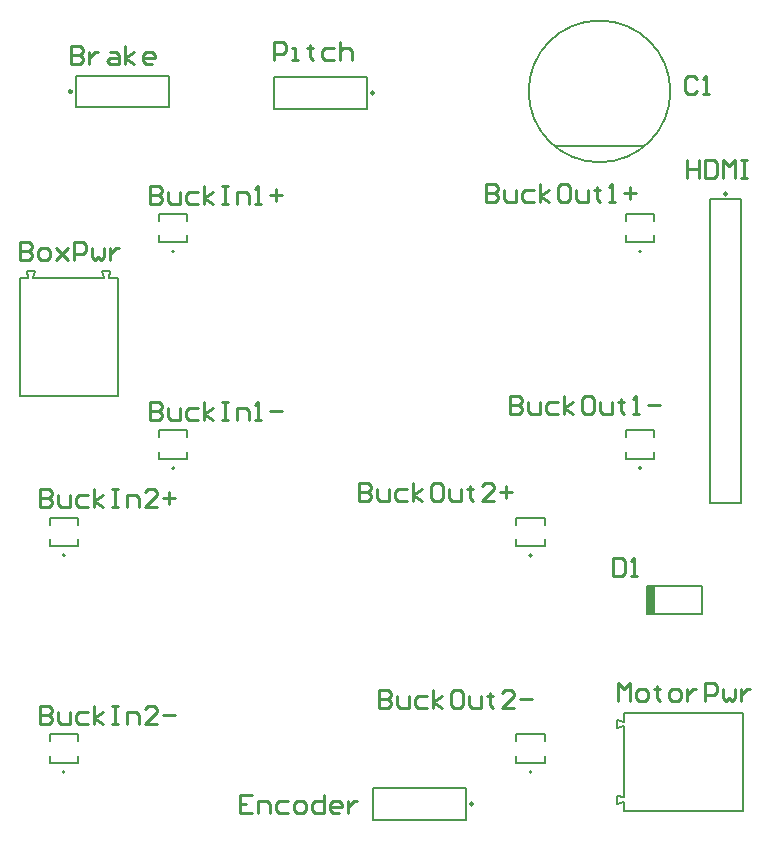
<source format=gbr>
%TF.GenerationSoftware,Altium Limited,Altium Designer,24.10.1 (45)*%
G04 Layer_Color=65535*
%FSLAX45Y45*%
%MOMM*%
%TF.SameCoordinates,71300DE5-865C-4B8C-8C77-BDD09283FDBC*%
%TF.FilePolarity,Positive*%
%TF.FileFunction,Legend,Top*%
%TF.Part,Single*%
G01*
G75*
%TA.AperFunction,NonConductor*%
%ADD11C,0.25400*%
%ADD24C,0.25000*%
%ADD25C,0.20000*%
%ADD26C,0.15000*%
%ADD27R,0.66602X2.36000*%
D11*
X5778582Y5778475D02*
Y5626125D01*
Y5702300D01*
X5880150D01*
Y5778475D01*
Y5626125D01*
X5930933Y5778475D02*
Y5626125D01*
X6007108D01*
X6032500Y5651517D01*
Y5753083D01*
X6007108Y5778475D01*
X5930933D01*
X6083284Y5626125D02*
Y5778475D01*
X6134067Y5727692D01*
X6184851Y5778475D01*
Y5626125D01*
X6235634Y5778475D02*
X6286418D01*
X6261026D01*
Y5626125D01*
X6235634D01*
X6286418D01*
X3175210Y1295375D02*
Y1143025D01*
X3251385D01*
X3276777Y1168417D01*
Y1193808D01*
X3251385Y1219200D01*
X3175210D01*
X3251385D01*
X3276777Y1244592D01*
Y1269983D01*
X3251385Y1295375D01*
X3175210D01*
X3327560Y1244592D02*
Y1168417D01*
X3352952Y1143025D01*
X3429128D01*
Y1244592D01*
X3581478D02*
X3505303D01*
X3479911Y1219200D01*
Y1168417D01*
X3505303Y1143025D01*
X3581478D01*
X3632262D02*
Y1295375D01*
Y1193808D02*
X3708437Y1244592D01*
X3632262Y1193808D02*
X3708437Y1143025D01*
X3860788Y1295375D02*
X3810004D01*
X3784612Y1269983D01*
Y1168417D01*
X3810004Y1143025D01*
X3860788D01*
X3886180Y1168417D01*
Y1269983D01*
X3860788Y1295375D01*
X3936963Y1244592D02*
Y1168417D01*
X3962355Y1143025D01*
X4038530D01*
Y1244592D01*
X4114706Y1269983D02*
Y1244592D01*
X4089314D01*
X4140097D01*
X4114706D01*
Y1168417D01*
X4140097Y1143025D01*
X4317840D02*
X4216273D01*
X4317840Y1244592D01*
Y1269983D01*
X4292448Y1295375D01*
X4241665D01*
X4216273Y1269983D01*
X4368623Y1219200D02*
X4470191D01*
X5196840Y1198880D02*
Y1351231D01*
X5247623Y1300447D01*
X5298407Y1351231D01*
Y1198880D01*
X5374583D02*
X5425366D01*
X5450758Y1224272D01*
Y1275055D01*
X5425366Y1300447D01*
X5374583D01*
X5349191Y1275055D01*
Y1224272D01*
X5374583Y1198880D01*
X5526933Y1325839D02*
Y1300447D01*
X5501541D01*
X5552325D01*
X5526933D01*
Y1224272D01*
X5552325Y1198880D01*
X5653892D02*
X5704676D01*
X5730068Y1224272D01*
Y1275055D01*
X5704676Y1300447D01*
X5653892D01*
X5628500Y1275055D01*
Y1224272D01*
X5653892Y1198880D01*
X5780851Y1300447D02*
Y1198880D01*
Y1249663D01*
X5806243Y1275055D01*
X5831635Y1300447D01*
X5857026D01*
X5933202Y1198880D02*
Y1351231D01*
X6009377D01*
X6034769Y1325839D01*
Y1275055D01*
X6009377Y1249663D01*
X5933202D01*
X6085552Y1300447D02*
Y1224272D01*
X6110944Y1198880D01*
X6136336Y1224272D01*
X6161728Y1198880D01*
X6187120Y1224272D01*
Y1300447D01*
X6237903D02*
Y1198880D01*
Y1249663D01*
X6263295Y1275055D01*
X6288687Y1300447D01*
X6314079D01*
X134620Y5090111D02*
Y4937760D01*
X210795D01*
X236187Y4963152D01*
Y4988543D01*
X210795Y5013935D01*
X134620D01*
X210795D01*
X236187Y5039327D01*
Y5064719D01*
X210795Y5090111D01*
X134620D01*
X312363Y4937760D02*
X363146D01*
X388538Y4963152D01*
Y5013935D01*
X363146Y5039327D01*
X312363D01*
X286971Y5013935D01*
Y4963152D01*
X312363Y4937760D01*
X439321Y5039327D02*
X540889Y4937760D01*
X490105Y4988543D01*
X540889Y5039327D01*
X439321Y4937760D01*
X591672D02*
Y5090111D01*
X667848D01*
X693239Y5064719D01*
Y5013935D01*
X667848Y4988543D01*
X591672D01*
X744023Y5039327D02*
Y4963152D01*
X769415Y4937760D01*
X794806Y4963152D01*
X820198Y4937760D01*
X845590Y4963152D01*
Y5039327D01*
X896374D02*
Y4937760D01*
Y4988543D01*
X921765Y5013935D01*
X947157Y5039327D01*
X972549D01*
X2095628Y406375D02*
X1994060D01*
Y254025D01*
X2095628D01*
X1994060Y330200D02*
X2044844D01*
X2146411Y254025D02*
Y355592D01*
X2222586D01*
X2247978Y330200D01*
Y254025D01*
X2400329Y355592D02*
X2324154D01*
X2298762Y330200D01*
Y279417D01*
X2324154Y254025D01*
X2400329D01*
X2476504D02*
X2527288D01*
X2552680Y279417D01*
Y330200D01*
X2527288Y355592D01*
X2476504D01*
X2451112Y330200D01*
Y279417D01*
X2476504Y254025D01*
X2705030Y406375D02*
Y254025D01*
X2628855D01*
X2603463Y279417D01*
Y330200D01*
X2628855Y355592D01*
X2705030D01*
X2831989Y254025D02*
X2781206D01*
X2755814Y279417D01*
Y330200D01*
X2781206Y355592D01*
X2831989D01*
X2857381Y330200D01*
Y304808D01*
X2755814D01*
X2908165Y355592D02*
Y254025D01*
Y304808D01*
X2933556Y330200D01*
X2958948Y355592D01*
X2984340D01*
X5156200Y2415491D02*
Y2263140D01*
X5232375D01*
X5257767Y2288532D01*
Y2390099D01*
X5232375Y2415491D01*
X5156200D01*
X5308551Y2263140D02*
X5359334D01*
X5333943D01*
Y2415491D01*
X5308551Y2390099D01*
X2286107Y6629425D02*
Y6781775D01*
X2362282D01*
X2387674Y6756383D01*
Y6705600D01*
X2362282Y6680208D01*
X2286107D01*
X2438458Y6629425D02*
X2489241D01*
X2463850D01*
Y6730992D01*
X2438458D01*
X2590808Y6756383D02*
Y6730992D01*
X2565417D01*
X2616200D01*
X2590808D01*
Y6654817D01*
X2616200Y6629425D01*
X2793943Y6730992D02*
X2717767D01*
X2692375Y6705600D01*
Y6654817D01*
X2717767Y6629425D01*
X2793943D01*
X2844726Y6781775D02*
Y6629425D01*
Y6705600D01*
X2870118Y6730992D01*
X2920901D01*
X2946293Y6705600D01*
Y6629425D01*
X5867400Y6464283D02*
X5842008Y6489675D01*
X5791225D01*
X5765833Y6464283D01*
Y6362717D01*
X5791225Y6337325D01*
X5842008D01*
X5867400Y6362717D01*
X5918184Y6337325D02*
X5968967D01*
X5943576D01*
Y6489675D01*
X5918184Y6464283D01*
X3007570Y3047975D02*
Y2895625D01*
X3083745D01*
X3109137Y2921017D01*
Y2946408D01*
X3083745Y2971800D01*
X3007570D01*
X3083745D01*
X3109137Y2997192D01*
Y3022583D01*
X3083745Y3047975D01*
X3007570D01*
X3159920Y2997192D02*
Y2921017D01*
X3185312Y2895625D01*
X3261488D01*
Y2997192D01*
X3413838D02*
X3337663D01*
X3312271Y2971800D01*
Y2921017D01*
X3337663Y2895625D01*
X3413838D01*
X3464622D02*
Y3047975D01*
Y2946408D02*
X3540797Y2997192D01*
X3464622Y2946408D02*
X3540797Y2895625D01*
X3693148Y3047975D02*
X3642364D01*
X3616972Y3022583D01*
Y2921017D01*
X3642364Y2895625D01*
X3693148D01*
X3718540Y2921017D01*
Y3022583D01*
X3693148Y3047975D01*
X3769323Y2997192D02*
Y2921017D01*
X3794715Y2895625D01*
X3870890D01*
Y2997192D01*
X3947066Y3022583D02*
Y2997192D01*
X3921674D01*
X3972457D01*
X3947066D01*
Y2921017D01*
X3972457Y2895625D01*
X4150200D02*
X4048633D01*
X4150200Y2997192D01*
Y3022583D01*
X4124808Y3047975D01*
X4074025D01*
X4048633Y3022583D01*
X4200983Y2971800D02*
X4302551D01*
X4251767Y3022583D02*
Y2921017D01*
X4280105Y3784575D02*
Y3632225D01*
X4356281D01*
X4381673Y3657617D01*
Y3683008D01*
X4356281Y3708400D01*
X4280105D01*
X4356281D01*
X4381673Y3733792D01*
Y3759183D01*
X4356281Y3784575D01*
X4280105D01*
X4432456Y3733792D02*
Y3657617D01*
X4457848Y3632225D01*
X4534023D01*
Y3733792D01*
X4686374D02*
X4610199D01*
X4584807Y3708400D01*
Y3657617D01*
X4610199Y3632225D01*
X4686374D01*
X4737158D02*
Y3784575D01*
Y3683008D02*
X4813333Y3733792D01*
X4737158Y3683008D02*
X4813333Y3632225D01*
X4965684Y3784575D02*
X4914900D01*
X4889508Y3759183D01*
Y3657617D01*
X4914900Y3632225D01*
X4965684D01*
X4991076Y3657617D01*
Y3759183D01*
X4965684Y3784575D01*
X5041859Y3733792D02*
Y3657617D01*
X5067251Y3632225D01*
X5143426D01*
Y3733792D01*
X5219602Y3759183D02*
Y3733792D01*
X5194210D01*
X5244993D01*
X5219602D01*
Y3657617D01*
X5244993Y3632225D01*
X5321169D02*
X5371952D01*
X5346561D01*
Y3784575D01*
X5321169Y3759183D01*
X5448128Y3708400D02*
X5549695D01*
X4076905Y5575275D02*
Y5422925D01*
X4153081D01*
X4178473Y5448317D01*
Y5473708D01*
X4153081Y5499100D01*
X4076905D01*
X4153081D01*
X4178473Y5524492D01*
Y5549883D01*
X4153081Y5575275D01*
X4076905D01*
X4229256Y5524492D02*
Y5448317D01*
X4254648Y5422925D01*
X4330823D01*
Y5524492D01*
X4483174D02*
X4406999D01*
X4381607Y5499100D01*
Y5448317D01*
X4406999Y5422925D01*
X4483174D01*
X4533958D02*
Y5575275D01*
Y5473708D02*
X4610133Y5524492D01*
X4533958Y5473708D02*
X4610133Y5422925D01*
X4762484Y5575275D02*
X4711700D01*
X4686308Y5549883D01*
Y5448317D01*
X4711700Y5422925D01*
X4762484D01*
X4787876Y5448317D01*
Y5549883D01*
X4762484Y5575275D01*
X4838659Y5524492D02*
Y5448317D01*
X4864051Y5422925D01*
X4940226D01*
Y5524492D01*
X5016402Y5549883D02*
Y5524492D01*
X4991010D01*
X5041793D01*
X5016402D01*
Y5448317D01*
X5041793Y5422925D01*
X5117969D02*
X5168752D01*
X5143361D01*
Y5575275D01*
X5117969Y5549883D01*
X5244928Y5499100D02*
X5346495D01*
X5295711Y5549883D02*
Y5448317D01*
X1234440Y3731211D02*
Y3578860D01*
X1310615D01*
X1336007Y3604252D01*
Y3629643D01*
X1310615Y3655035D01*
X1234440D01*
X1310615D01*
X1336007Y3680427D01*
Y3705819D01*
X1310615Y3731211D01*
X1234440D01*
X1386791Y3680427D02*
Y3604252D01*
X1412183Y3578860D01*
X1488358D01*
Y3680427D01*
X1640709D02*
X1564533D01*
X1539141Y3655035D01*
Y3604252D01*
X1564533Y3578860D01*
X1640709D01*
X1691492D02*
Y3731211D01*
Y3629643D02*
X1767668Y3680427D01*
X1691492Y3629643D02*
X1767668Y3578860D01*
X1843843Y3731211D02*
X1894626D01*
X1869235D01*
Y3578860D01*
X1843843D01*
X1894626D01*
X1970802D02*
Y3680427D01*
X2046977D01*
X2072369Y3655035D01*
Y3578860D01*
X2123152D02*
X2173936D01*
X2148544D01*
Y3731211D01*
X2123152Y3705819D01*
X2250111Y3655035D02*
X2351679D01*
X307340Y1158191D02*
Y1005840D01*
X383515D01*
X408907Y1031232D01*
Y1056623D01*
X383515Y1082015D01*
X307340D01*
X383515D01*
X408907Y1107407D01*
Y1132799D01*
X383515Y1158191D01*
X307340D01*
X459691Y1107407D02*
Y1031232D01*
X485083Y1005840D01*
X561258D01*
Y1107407D01*
X713609D02*
X637433D01*
X612041Y1082015D01*
Y1031232D01*
X637433Y1005840D01*
X713609D01*
X764392D02*
Y1158191D01*
Y1056623D02*
X840568Y1107407D01*
X764392Y1056623D02*
X840568Y1005840D01*
X916743Y1158191D02*
X967526D01*
X942135D01*
Y1005840D01*
X916743D01*
X967526D01*
X1043702D02*
Y1107407D01*
X1119877D01*
X1145269Y1082015D01*
Y1005840D01*
X1297620D02*
X1196052D01*
X1297620Y1107407D01*
Y1132799D01*
X1272228Y1158191D01*
X1221444D01*
X1196052Y1132799D01*
X1348403Y1082015D02*
X1449970D01*
X307340Y2992071D02*
Y2839720D01*
X383515D01*
X408907Y2865112D01*
Y2890503D01*
X383515Y2915895D01*
X307340D01*
X383515D01*
X408907Y2941287D01*
Y2966679D01*
X383515Y2992071D01*
X307340D01*
X459691Y2941287D02*
Y2865112D01*
X485083Y2839720D01*
X561258D01*
Y2941287D01*
X713609D02*
X637433D01*
X612041Y2915895D01*
Y2865112D01*
X637433Y2839720D01*
X713609D01*
X764392D02*
Y2992071D01*
Y2890503D02*
X840568Y2941287D01*
X764392Y2890503D02*
X840568Y2839720D01*
X916743Y2992071D02*
X967526D01*
X942135D01*
Y2839720D01*
X916743D01*
X967526D01*
X1043702D02*
Y2941287D01*
X1119877D01*
X1145269Y2915895D01*
Y2839720D01*
X1297620D02*
X1196052D01*
X1297620Y2941287D01*
Y2966679D01*
X1272228Y2992071D01*
X1221444D01*
X1196052Y2966679D01*
X1348403Y2915895D02*
X1449970D01*
X1399187Y2966679D02*
Y2865112D01*
X1234440Y5565091D02*
Y5412740D01*
X1310615D01*
X1336007Y5438132D01*
Y5463523D01*
X1310615Y5488915D01*
X1234440D01*
X1310615D01*
X1336007Y5514307D01*
Y5539699D01*
X1310615Y5565091D01*
X1234440D01*
X1386791Y5514307D02*
Y5438132D01*
X1412183Y5412740D01*
X1488358D01*
Y5514307D01*
X1640709D02*
X1564533D01*
X1539141Y5488915D01*
Y5438132D01*
X1564533Y5412740D01*
X1640709D01*
X1691492D02*
Y5565091D01*
Y5463523D02*
X1767668Y5514307D01*
X1691492Y5463523D02*
X1767668Y5412740D01*
X1843843Y5565091D02*
X1894626D01*
X1869235D01*
Y5412740D01*
X1843843D01*
X1894626D01*
X1970802D02*
Y5514307D01*
X2046977D01*
X2072369Y5488915D01*
Y5412740D01*
X2123152D02*
X2173936D01*
X2148544D01*
Y5565091D01*
X2123152Y5539699D01*
X2250111Y5488915D02*
X2351679D01*
X2300895Y5539699D02*
Y5438132D01*
X563880Y6748731D02*
Y6596380D01*
X640055D01*
X665447Y6621772D01*
Y6647163D01*
X640055Y6672555D01*
X563880D01*
X640055D01*
X665447Y6697947D01*
Y6723339D01*
X640055Y6748731D01*
X563880D01*
X716231Y6697947D02*
Y6596380D01*
Y6647163D01*
X741623Y6672555D01*
X767014Y6697947D01*
X792406D01*
X893973D02*
X944757D01*
X970149Y6672555D01*
Y6596380D01*
X893973D01*
X868581Y6621772D01*
X893973Y6647163D01*
X970149D01*
X1020932Y6596380D02*
Y6748731D01*
Y6647163D02*
X1097108Y6697947D01*
X1020932Y6647163D02*
X1097108Y6596380D01*
X1249458D02*
X1198675D01*
X1173283Y6621772D01*
Y6672555D01*
X1198675Y6697947D01*
X1249458D01*
X1274850Y6672555D01*
Y6647163D01*
X1173283D01*
D24*
X6121200Y5495600D02*
G03*
X6121200Y5495600I-12500J0D01*
G01*
X3971400Y330200D02*
G03*
X3971400Y330200I-12500J0D01*
G01*
X3133200Y6350000D02*
G03*
X3133200Y6350000I-12500J0D01*
G01*
X574800Y6362700D02*
G03*
X574800Y6362700I-12500J0D01*
G01*
D25*
X4467700Y600100D02*
G03*
X4467700Y600100I-10000J0D01*
G01*
X515460Y2433980D02*
G03*
X515460Y2433980I-10000J0D01*
G01*
Y600100D02*
G03*
X515460Y600100I-10000J0D01*
G01*
X1442560Y5007000D02*
G03*
X1442560Y5007000I-10000J0D01*
G01*
Y3173120D02*
G03*
X1442560Y3173120I-10000J0D01*
G01*
X4467700Y2433980D02*
G03*
X4467700Y2433980I-10000J0D01*
G01*
X5394800Y3173120D02*
G03*
X5394800Y3173120I-10000J0D01*
G01*
Y5007000D02*
G03*
X5394800Y5007000I-10000J0D01*
G01*
X5974200Y2880600D02*
X6243200D01*
Y5450600D01*
X5974200D02*
X6243200D01*
X5974200Y2880600D02*
Y5450600D01*
X4337700Y680100D02*
Y739600D01*
X4577700Y680100D02*
Y739600D01*
X4337700Y680100D02*
X4577700D01*
X4337700Y860600D02*
Y920100D01*
X4577700Y860600D02*
Y920100D01*
X4337700D02*
X4577700D01*
X5253100Y1100800D02*
X6253099D01*
X5253100Y270800D02*
X6253099D01*
Y1100800D01*
X5193100Y973300D02*
Y1038300D01*
Y973300D02*
X5253100Y985800D01*
X5193100Y1038300D02*
X5253100Y1025800D01*
Y1100800D01*
X5193100Y333300D02*
Y398300D01*
Y333300D02*
X5253100Y345800D01*
X5193100Y398300D02*
X5253100Y385800D01*
Y270800D02*
Y345800D01*
Y385800D02*
Y985800D01*
X961100Y3779901D02*
Y4779900D01*
X131100Y3779901D02*
Y4779900D01*
Y3779901D02*
X961100D01*
X833600Y4839900D02*
X898600D01*
X833600D02*
X846100Y4779900D01*
X886100D02*
X898600Y4839900D01*
X886100Y4779900D02*
X961100D01*
X193600Y4839900D02*
X258600D01*
X193600D02*
X206100Y4779900D01*
X246100D02*
X258600Y4839900D01*
X131100Y4779900D02*
X206100D01*
X246100D02*
X846100D01*
X3121900Y195700D02*
Y464700D01*
Y195700D02*
X3913900D01*
Y464700D01*
X3121900D02*
X3913900D01*
X2283700Y6484500D02*
X3075700D01*
Y6215500D02*
Y6484500D01*
X2283700Y6215500D02*
X3075700D01*
X2283700D02*
Y6484500D01*
X385460Y2753980D02*
X625460D01*
Y2694480D02*
Y2753980D01*
X385460Y2694480D02*
Y2753980D01*
Y2513980D02*
X625460D01*
Y2573480D01*
X385460Y2513980D02*
Y2573480D01*
Y920100D02*
X625460D01*
Y860600D02*
Y920100D01*
X385460Y860600D02*
Y920100D01*
Y680100D02*
X625460D01*
Y739600D01*
X385460Y680100D02*
Y739600D01*
X4669900Y5902700D02*
X5413900D01*
X1312560Y5087000D02*
Y5146500D01*
X1552560Y5087000D02*
Y5146500D01*
X1312560Y5087000D02*
X1552560D01*
X1312560Y5267500D02*
Y5327000D01*
X1552560Y5267500D02*
Y5327000D01*
X1312560D02*
X1552560D01*
X1312560Y3493120D02*
X1552560D01*
Y3433620D02*
Y3493120D01*
X1312560Y3433620D02*
Y3493120D01*
Y3253120D02*
X1552560D01*
Y3312620D01*
X1312560Y3253120D02*
Y3312620D01*
X5445150Y1939400D02*
X5908650D01*
X5445150D02*
Y2175400D01*
X5908650D01*
Y1939400D02*
Y2175400D01*
X607300Y6228200D02*
X1399300D01*
X607300D02*
Y6497200D01*
X1399300D01*
Y6228200D02*
Y6497200D01*
X4337700Y2513980D02*
Y2573480D01*
X4577700Y2513980D02*
Y2573480D01*
X4337700Y2513980D02*
X4577700D01*
X4337700Y2694480D02*
Y2753980D01*
X4577700Y2694480D02*
Y2753980D01*
X4337700D02*
X4577700D01*
X5264800Y3253120D02*
Y3312620D01*
X5504800Y3253120D02*
Y3312620D01*
X5264800Y3253120D02*
X5504800D01*
X5264800Y3433620D02*
Y3493120D01*
X5504800Y3433620D02*
Y3493120D01*
X5264800D02*
X5504800D01*
X5264800Y5087000D02*
Y5146500D01*
X5504800Y5087000D02*
Y5146500D01*
X5264800Y5087000D02*
X5504800D01*
X5264800Y5267500D02*
Y5327000D01*
X5504800Y5267500D02*
Y5327000D01*
X5264800D02*
X5504800D01*
D26*
X5641900Y6362700D02*
G03*
X5641900Y6362700I-600000J0D01*
G01*
D27*
X5478499Y2057400D02*
D03*
%TF.MD5,034b8e59458a125a08e1471ca8cd6671*%
M02*

</source>
